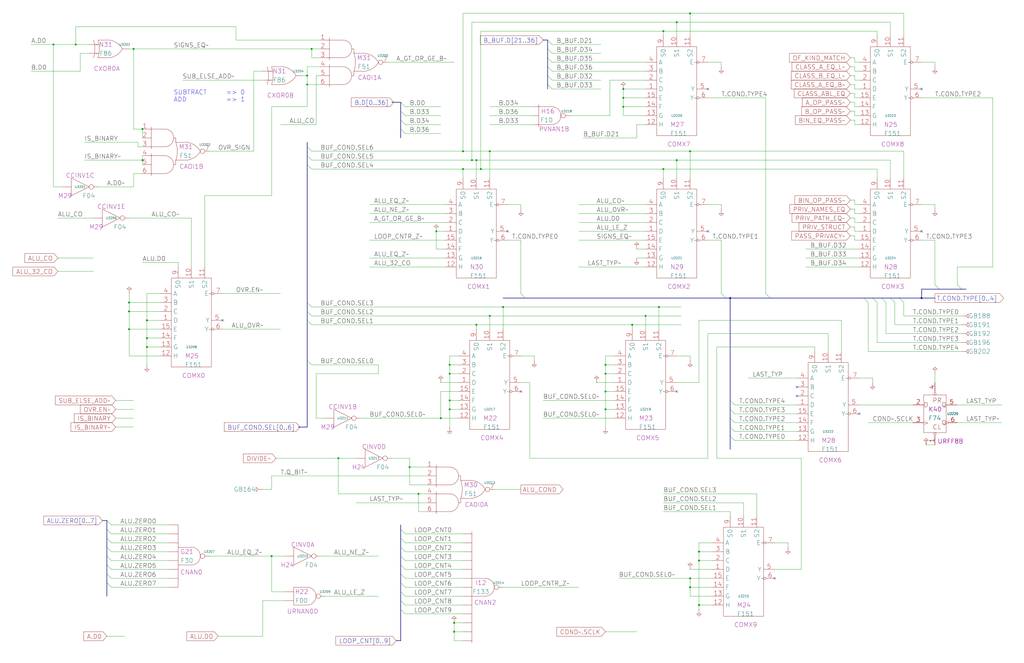
<source format=kicad_sch>
(kicad_sch (version 20230121) (generator eeschema)
  (paper "User" 584.2 378.46)
  (title_block (title "CONDITION LOGIC") (date "15-MAR-90") (rev "1.0") (comment 1 "TYPE") (comment 2 "232-003062") (comment 3 "S400") (comment 4 "RELEASED"))
  (junction (at 386.08 12.7))
  (junction (at 264.16 96.52))
  (junction (at 154.94 317.5))
  (junction (at 43.18 25.4))
  (junction (at 345.44 213.36))
  (junction (at 345.44 233.68))
  (junction (at 177.8 27.94))
  (junction (at 279.4 180.34))
  (junction (at 256.54 213.36))
  (junction (at 73.66 187.96))
  (junction (at 81.28 91.44))
  (junction (at 355.6 55.88))
  (junction (at 76.2 27.94))
  (junction (at 360.68 185.42))
  (junction (at 256.54 233.68))
  (junction (at 398.78 345.44))
  (junction (at 416.56 170.18))
  (junction (at 287.02 175.26))
  (junction (at 393.7 330.2))
  (junction (at 269.24 91.44))
  (junction (at 248.92 132.08))
  (junction (at 393.7 7.62))
  (junction (at 175.26 48.26))
  (junction (at 355.6 60.96))
  (junction (at 233.68 266.7))
  (junction (at 256.54 208.28))
  (junction (at 73.66 172.72))
  (junction (at 393.7 86.36))
  (junction (at 375.92 175.26))
  (junction (at 81.28 73.66))
  (junction (at 345.44 223.52))
  (junction (at 378.46 96.52))
  (junction (at 175.26 43.18))
  (junction (at 259.08 355.6))
  (junction (at 83.82 193.04))
  (junction (at 238.76 281.94))
  (junction (at 193.04 261.62))
  (junction (at 345.44 208.28))
  (junction (at 271.78 185.42))
  (junction (at 256.54 228.6))
  (junction (at 251.46 238.76))
  (junction (at 271.78 91.44))
  (junction (at 368.3 180.34))
  (junction (at 30.48 25.4))
  (junction (at 378.46 17.78))
  (junction (at 274.32 96.52))
  (junction (at 264.16 86.36))
  (junction (at 398.78 314.96))
  (junction (at 259.08 360.68))
  (junction (at 398.78 320.04))
  (junction (at 393.7 335.28))
  (junction (at 355.6 50.8))
  (junction (at 83.82 182.88))
  (junction (at 73.66 177.8))
  (junction (at 525.78 170.18))
  (junction (at 279.4 86.36))
  (junction (at 386.08 91.44))
  (junction (at 83.82 198.12))
  (no_connect (at 403.86 132.08))
  (no_connect (at 403.86 50.8))
  (no_connect (at 289.56 132.08))
  (no_connect (at 441.96 330.2))
  (no_connect (at 454.66 226.06))
  (no_connect (at 525.78 50.8))
  (no_connect (at 525.78 132.08))
  (no_connect (at 297.18 223.52))
  (no_connect (at 454.66 220.98))
  (no_connect (at 127 182.88))
  (no_connect (at 386.08 223.52))
  (no_connect (at 490.22 236.22))
  (bus_entry (at 60.96 332.74) (size 2.54 2.54))
  (bus_entry (at 497.84 170.18) (size 2.54 2.54))
  (bus_entry (at 312.42 48.26) (size 2.54 2.54))
  (bus_entry (at 228.6 307.34) (size 2.54 2.54))
  (bus_entry (at 175.26 182.88) (size 2.54 2.54))
  (bus_entry (at 175.26 83.82) (size 2.54 2.54))
  (bus_entry (at 228.6 73.66) (size 2.54 2.54))
  (bus_entry (at 228.6 312.42) (size 2.54 2.54))
  (bus_entry (at 492.76 170.18) (size 2.54 2.54))
  (bus_entry (at 228.6 337.82) (size 2.54 2.54))
  (bus_entry (at 546.1 162.56) (size 2.54 2.54))
  (bus_entry (at 175.26 172.72) (size 2.54 2.54))
  (bus_entry (at 416.56 243.84) (size 2.54 2.54))
  (bus_entry (at 175.26 88.9) (size 2.54 2.54))
  (bus_entry (at 502.92 170.18) (size 2.54 2.54))
  (bus_entry (at 228.6 332.74) (size 2.54 2.54))
  (bus_entry (at 228.6 347.98) (size 2.54 2.54))
  (bus_entry (at 312.42 43.18) (size 2.54 2.54))
  (bus_entry (at 416.56 233.68) (size 2.54 2.54))
  (bus_entry (at 60.96 312.42) (size 2.54 2.54))
  (bus_entry (at 508 170.18) (size 2.54 2.54))
  (bus_entry (at 228.6 68.58) (size 2.54 2.54))
  (bus_entry (at 513.08 170.18) (size 2.54 2.54))
  (bus_entry (at 175.26 93.98) (size 2.54 2.54))
  (bus_entry (at 416.56 238.76) (size 2.54 2.54))
  (bus_entry (at 312.42 22.86) (size 2.54 2.54))
  (bus_entry (at 60.96 327.66) (size 2.54 2.54))
  (bus_entry (at 228.6 342.9) (size 2.54 2.54))
  (bus_entry (at 312.42 27.94) (size 2.54 2.54))
  (bus_entry (at 228.6 58.42) (size 2.54 2.54))
  (bus_entry (at 60.96 297.18) (size 2.54 2.54))
  (bus_entry (at 60.96 307.34) (size 2.54 2.54))
  (bus_entry (at 416.56 228.6) (size 2.54 2.54))
  (bus_entry (at 228.6 322.58) (size 2.54 2.54))
  (bus_entry (at 297.18 167.64) (size 2.54 2.54))
  (bus_entry (at 312.42 33.02) (size 2.54 2.54))
  (bus_entry (at 411.48 167.64) (size 2.54 2.54))
  (bus_entry (at 436.88 167.64) (size 2.54 2.54))
  (bus_entry (at 228.6 302.26) (size 2.54 2.54))
  (bus_entry (at 312.42 38.1) (size 2.54 2.54))
  (bus_entry (at 60.96 322.58) (size 2.54 2.54))
  (bus_entry (at 60.96 302.26) (size 2.54 2.54))
  (bus_entry (at 533.4 162.56) (size 2.54 2.54))
  (bus_entry (at 228.6 317.5) (size 2.54 2.54))
  (bus_entry (at 175.26 205.74) (size 2.54 2.54))
  (bus_entry (at 228.6 327.66) (size 2.54 2.54))
  (bus_entry (at 175.26 177.8) (size 2.54 2.54))
  (bus_entry (at 60.96 317.5) (size 2.54 2.54))
  (bus_entry (at 228.6 63.5) (size 2.54 2.54))
  (bus_entry (at 416.56 248.92) (size 2.54 2.54))
  (wire (pts (xy 193.04 261.62) (xy 203.2 261.62)))
  (wire (pts (xy 259.08 355.6) (xy 264.16 355.6)))
  (wire (pts (xy 406.4 309.88) (xy 398.78 309.88)))
  (wire (pts (xy 83.82 193.04) (xy 83.82 198.12)))
  (wire (pts (xy 33.02 147.32) (xy 53.34 147.32)))
  (wire (pts (xy 43.18 25.4) (xy 50.8 25.4)))
  (wire (pts (xy 485.14 119.38) (xy 487.68 119.38)))
  (wire (pts (xy 287.02 175.26) (xy 375.92 175.26)))
  (wire (pts (xy 73.66 124.46) (xy 109.22 124.46)))
  (wire (pts (xy 355.6 60.96) (xy 368.3 60.96)))
  (wire (pts (xy 487.68 58.42) (xy 487.68 60.96)))
  (wire (pts (xy 386.08 91.44) (xy 386.08 101.6)))
  (wire (pts (xy 297.18 116.84) (xy 297.18 119.38)))
  (wire (pts (xy 314.96 30.48) (xy 342.9 30.48)))
  (bus (pts (xy 228.6 63.5) (xy 228.6 68.58)))
  (wire (pts (xy 487.68 33.02) (xy 487.68 35.56)))
  (wire (pts (xy 314.96 25.4) (xy 342.9 25.4)))
  (wire (pts (xy 238.76 292.1) (xy 238.76 281.94)))
  (wire (pts (xy 393.7 325.12) (xy 406.4 325.12)))
  (wire (pts (xy 63.5 335.28) (xy 96.52 335.28)))
  (wire (pts (xy 398.78 314.96) (xy 406.4 314.96)))
  (wire (pts (xy 73.66 203.2) (xy 73.66 187.96)))
  (wire (pts (xy 144.78 86.36) (xy 144.78 40.64)))
  (wire (pts (xy 546.1 152.4) (xy 546.1 162.56)))
  (wire (pts (xy 220.98 35.56) (xy 259.08 35.56)))
  (wire (pts (xy 508 12.7) (xy 508 20.32)))
  (wire (pts (xy 487.68 119.38) (xy 487.68 121.92)))
  (wire (pts (xy 355.6 55.88) (xy 368.3 55.88)))
  (wire (pts (xy 487.68 40.64) (xy 490.22 40.64)))
  (wire (pts (xy 485.14 124.46) (xy 487.68 124.46)))
  (bus (pts (xy 228.6 342.9) (xy 228.6 347.98)))
  (wire (pts (xy 256.54 208.28) (xy 256.54 213.36)))
  (wire (pts (xy 182.88 33.02) (xy 177.8 33.02)))
  (wire (pts (xy 182.88 43.18) (xy 180.34 43.18)))
  (wire (pts (xy 487.68 124.46) (xy 487.68 127)))
  (bus (pts (xy 416.56 228.6) (xy 416.56 233.68)))
  (wire (pts (xy 500.38 195.58) (xy 500.38 172.72)))
  (wire (pts (xy 256.54 228.6) (xy 256.54 233.68)))
  (wire (pts (xy 116.84 111.76) (xy 116.84 152.4)))
  (wire (pts (xy 81.28 83.82) (xy 78.74 83.82)))
  (wire (pts (xy 231.14 309.88) (xy 264.16 309.88)))
  (bus (pts (xy 535.94 165.1) (xy 548.64 165.1)))
  (wire (pts (xy 63.5 314.96) (xy 96.52 314.96)))
  (bus (pts (xy 228.6 307.34) (xy 228.6 312.42)))
  (wire (pts (xy 264.16 96.52) (xy 274.32 96.52)))
  (wire (pts (xy 269.24 91.44) (xy 269.24 12.7)))
  (wire (pts (xy 393.7 203.2) (xy 393.7 205.74)))
  (wire (pts (xy 251.46 218.44) (xy 261.62 218.44)))
  (wire (pts (xy 525.78 137.16) (xy 533.4 137.16)))
  (wire (pts (xy 304.8 203.2) (xy 304.8 205.74)))
  (wire (pts (xy 76.2 99.06) (xy 76.2 106.68)))
  (wire (pts (xy 368.3 66.04) (xy 355.6 66.04)))
  (wire (pts (xy 297.18 203.2) (xy 304.8 203.2)))
  (wire (pts (xy 378.46 96.52) (xy 378.46 101.6)))
  (wire (pts (xy 116.84 111.76) (xy 154.94 111.76)))
  (wire (pts (xy 508 91.44) (xy 508 101.6)))
  (wire (pts (xy 375.92 175.26) (xy 375.92 187.96)))
  (wire (pts (xy 215.9 208.28) (xy 215.9 213.36)))
  (wire (pts (xy 386.08 91.44) (xy 508 91.44)))
  (wire (pts (xy 259.08 360.68) (xy 259.08 355.6)))
  (wire (pts (xy 441.96 325.12) (xy 457.2 325.12)))
  (wire (pts (xy 264.16 365.76) (xy 259.08 365.76)))
  (wire (pts (xy 566.42 55.88) (xy 566.42 152.4)))
  (wire (pts (xy 180.34 43.18) (xy 180.34 71.12)))
  (wire (pts (xy 345.44 213.36) (xy 345.44 223.52)))
  (wire (pts (xy 83.82 193.04) (xy 91.44 193.04)))
  (wire (pts (xy 330.2 137.16) (xy 368.3 137.16)))
  (wire (pts (xy 378.46 17.78) (xy 378.46 20.32)))
  (wire (pts (xy 355.6 55.88) (xy 355.6 50.8)))
  (bus (pts (xy 525.78 170.18) (xy 525.78 165.1)))
  (wire (pts (xy 287.02 175.26) (xy 287.02 187.96)))
  (bus (pts (xy 287.02 170.18) (xy 299.72 170.18)))
  (wire (pts (xy 347.98 66.04) (xy 347.98 45.72)))
  (wire (pts (xy 149.86 342.9) (xy 162.56 342.9)))
  (wire (pts (xy 297.18 137.16) (xy 297.18 167.64)))
  (wire (pts (xy 81.28 99.06) (xy 76.2 99.06)))
  (wire (pts (xy 17.78 25.4) (xy 30.48 25.4)))
  (wire (pts (xy 495.3 200.66) (xy 495.3 172.72)))
  (wire (pts (xy 119.38 86.36) (xy 144.78 86.36)))
  (wire (pts (xy 175.26 38.1) (xy 175.26 43.18)))
  (wire (pts (xy 441.96 309.88) (xy 449.58 309.88)))
  (wire (pts (xy 487.68 114.3) (xy 487.68 116.84)))
  (wire (pts (xy 182.88 38.1) (xy 175.26 38.1)))
  (wire (pts (xy 419.1 246.38) (xy 454.66 246.38)))
  (wire (pts (xy 60.96 363.22) (xy 71.12 363.22)))
  (wire (pts (xy 386.08 203.2) (xy 393.7 203.2)))
  (wire (pts (xy 231.14 325.12) (xy 264.16 325.12)))
  (wire (pts (xy 182.88 317.5) (xy 215.9 317.5)))
  (wire (pts (xy 487.68 63.5) (xy 487.68 66.04)))
  (wire (pts (xy 210.82 127) (xy 254 127)))
  (wire (pts (xy 406.4 340.36) (xy 393.7 340.36)))
  (wire (pts (xy 548.64 195.58) (xy 500.38 195.58)))
  (wire (pts (xy 264.16 96.52) (xy 264.16 101.6)))
  (wire (pts (xy 487.68 116.84) (xy 490.22 116.84)))
  (wire (pts (xy 154.94 60.96) (xy 154.94 111.76)))
  (wire (pts (xy 393.7 86.36) (xy 393.7 101.6)))
  (bus (pts (xy 492.76 170.18) (xy 497.84 170.18)))
  (wire (pts (xy 83.82 198.12) (xy 91.44 198.12)))
  (wire (pts (xy 533.4 213.36) (xy 533.4 218.44)))
  (bus (pts (xy 299.72 170.18) (xy 414.02 170.18)))
  (wire (pts (xy 490.22 231.14) (xy 520.7 231.14)))
  (bus (pts (xy 175.26 182.88) (xy 175.26 205.74)))
  (wire (pts (xy 457.2 261.62) (xy 408.94 261.62)))
  (wire (pts (xy 330.2 152.4) (xy 368.3 152.4)))
  (wire (pts (xy 261.62 223.52) (xy 251.46 223.52)))
  (wire (pts (xy 264.16 86.36) (xy 279.4 86.36)))
  (wire (pts (xy 66.04 243.84) (xy 76.2 243.84)))
  (wire (pts (xy 83.82 182.88) (xy 91.44 182.88)))
  (wire (pts (xy 231.14 66.04) (xy 251.46 66.04)))
  (wire (pts (xy 134.62 15.24) (xy 43.18 15.24)))
  (wire (pts (xy 487.68 55.88) (xy 490.22 55.88)))
  (bus (pts (xy 312.42 48.26) (xy 312.42 50.8)))
  (wire (pts (xy 345.44 360.68) (xy 363.22 360.68)))
  (wire (pts (xy 368.3 180.34) (xy 388.62 180.34)))
  (wire (pts (xy 485.14 134.62) (xy 487.68 134.62)))
  (wire (pts (xy 464.82 200.66) (xy 464.82 198.12)))
  (wire (pts (xy 279.4 66.04) (xy 304.8 66.04)))
  (wire (pts (xy 279.4 180.34) (xy 368.3 180.34)))
  (wire (pts (xy 193.04 281.94) (xy 193.04 261.62)))
  (wire (pts (xy 256.54 228.6) (xy 261.62 228.6)))
  (wire (pts (xy 403.86 55.88) (xy 436.88 55.88)))
  (wire (pts (xy 76.2 27.94) (xy 177.8 27.94)))
  (wire (pts (xy 127 167.64) (xy 160.02 167.64)))
  (wire (pts (xy 231.14 71.12) (xy 251.46 71.12)))
  (wire (pts (xy 248.92 132.08) (xy 254 132.08)))
  (wire (pts (xy 345.44 208.28) (xy 350.52 208.28)))
  (wire (pts (xy 347.98 45.72) (xy 368.3 45.72)))
  (bus (pts (xy 175.26 177.8) (xy 175.26 182.88)))
  (wire (pts (xy 398.78 182.88) (xy 480.06 182.88)))
  (wire (pts (xy 231.14 60.96) (xy 251.46 60.96)))
  (wire (pts (xy 50.8 30.48) (xy 45.72 30.48)))
  (wire (pts (xy 157.48 261.62) (xy 193.04 261.62)))
  (wire (pts (xy 264.16 86.36) (xy 264.16 7.62)))
  (wire (pts (xy 175.26 60.96) (xy 154.94 60.96)))
  (wire (pts (xy 403.86 261.62) (xy 302.26 261.62)))
  (wire (pts (xy 210.82 121.92) (xy 254 121.92)))
  (bus (pts (xy 416.56 248.92) (xy 416.56 256.54)))
  (wire (pts (xy 525.78 116.84) (xy 533.4 116.84)))
  (wire (pts (xy 398.78 320.04) (xy 406.4 320.04)))
  (wire (pts (xy 289.56 116.84) (xy 297.18 116.84)))
  (wire (pts (xy 363.22 71.12) (xy 363.22 78.74)))
  (wire (pts (xy 177.8 175.26) (xy 287.02 175.26)))
  (bus (pts (xy 228.6 302.26) (xy 228.6 307.34)))
  (wire (pts (xy 279.4 86.36) (xy 393.7 86.36)))
  (wire (pts (xy 274.32 96.52) (xy 378.46 96.52)))
  (wire (pts (xy 302.26 218.44) (xy 297.18 218.44)))
  (bus (pts (xy 228.6 299.72) (xy 228.6 302.26)))
  (wire (pts (xy 345.44 223.52) (xy 350.52 223.52)))
  (wire (pts (xy 548.64 185.42) (xy 510.54 185.42)))
  (wire (pts (xy 548.64 200.66) (xy 495.3 200.66)))
  (wire (pts (xy 487.68 127) (xy 490.22 127)))
  (bus (pts (xy 525.78 165.1) (xy 535.94 165.1)))
  (wire (pts (xy 515.62 86.36) (xy 515.62 101.6)))
  (wire (pts (xy 485.14 129.54) (xy 487.68 129.54)))
  (wire (pts (xy 274.32 17.78) (xy 378.46 17.78)))
  (wire (pts (xy 398.78 320.04) (xy 398.78 345.44)))
  (bus (pts (xy 416.56 170.18) (xy 439.42 170.18)))
  (wire (pts (xy 457.2 325.12) (xy 457.2 261.62)))
  (wire (pts (xy 345.44 233.68) (xy 345.44 243.84)))
  (bus (pts (xy 228.6 327.66) (xy 228.6 332.74)))
  (wire (pts (xy 248.92 142.24) (xy 248.92 132.08)))
  (wire (pts (xy 261.62 203.2) (xy 256.54 203.2)))
  (wire (pts (xy 154.94 337.82) (xy 154.94 317.5)))
  (wire (pts (xy 66.04 233.68) (xy 76.2 233.68)))
  (wire (pts (xy 271.78 185.42) (xy 271.78 187.96)))
  (wire (pts (xy 175.26 43.18) (xy 175.26 48.26)))
  (wire (pts (xy 510.54 185.42) (xy 510.54 172.72)))
  (wire (pts (xy 231.14 345.44) (xy 264.16 345.44)))
  (wire (pts (xy 533.4 35.56) (xy 533.4 38.1)))
  (wire (pts (xy 393.7 340.36) (xy 393.7 335.28)))
  (wire (pts (xy 259.08 365.76) (xy 259.08 360.68)))
  (wire (pts (xy 66.04 238.76) (xy 76.2 238.76)))
  (wire (pts (xy 378.46 96.52) (xy 500.38 96.52)))
  (wire (pts (xy 424.18 294.64) (xy 424.18 287.02)))
  (wire (pts (xy 83.82 167.64) (xy 83.82 182.88)))
  (wire (pts (xy 368.3 71.12) (xy 363.22 71.12)))
  (wire (pts (xy 386.08 12.7) (xy 508 12.7)))
  (bus (pts (xy 60.96 312.42) (xy 60.96 317.5)))
  (wire (pts (xy 345.44 213.36) (xy 350.52 213.36)))
  (wire (pts (xy 175.26 48.26) (xy 182.88 48.26)))
  (wire (pts (xy 210.82 116.84) (xy 254 116.84)))
  (wire (pts (xy 378.46 17.78) (xy 500.38 17.78)))
  (wire (pts (xy 525.78 55.88) (xy 566.42 55.88)))
  (wire (pts (xy 203.2 287.02) (xy 243.84 287.02)))
  (bus (pts (xy 228.6 73.66) (xy 228.6 78.74)))
  (wire (pts (xy 256.54 203.2) (xy 256.54 208.28)))
  (wire (pts (xy 149.86 363.22) (xy 149.86 342.9)))
  (wire (pts (xy 180.34 238.76) (xy 185.42 238.76)))
  (bus (pts (xy 175.26 172.72) (xy 175.26 177.8)))
  (wire (pts (xy 500.38 96.52) (xy 500.38 101.6)))
  (wire (pts (xy 431.8 294.64) (xy 431.8 281.94)))
  (wire (pts (xy 449.58 309.88) (xy 449.58 312.42)))
  (bus (pts (xy 175.26 83.82) (xy 175.26 88.9)))
  (wire (pts (xy 416.56 294.64) (xy 416.56 292.1)))
  (wire (pts (xy 73.66 187.96) (xy 91.44 187.96)))
  (wire (pts (xy 487.68 68.58) (xy 487.68 71.12)))
  (bus (pts (xy 175.26 88.9) (xy 175.26 93.98)))
  (wire (pts (xy 546.1 231.14) (xy 571.5 231.14)))
  (wire (pts (xy 368.3 180.34) (xy 368.3 187.96)))
  (wire (pts (xy 398.78 314.96) (xy 398.78 320.04)))
  (wire (pts (xy 63.5 320.04) (xy 96.52 320.04)))
  (wire (pts (xy 233.68 266.7) (xy 233.68 261.62)))
  (wire (pts (xy 386.08 218.44) (xy 398.78 218.44)))
  (wire (pts (xy 279.4 71.12) (xy 304.8 71.12)))
  (wire (pts (xy 314.96 35.56) (xy 368.3 35.56)))
  (wire (pts (xy 424.18 287.02) (xy 378.46 287.02)))
  (wire (pts (xy 495.3 241.3) (xy 520.7 241.3)))
  (wire (pts (xy 134.62 22.86) (xy 134.62 15.24)))
  (wire (pts (xy 30.48 25.4) (xy 43.18 25.4)))
  (wire (pts (xy 63.5 330.2) (xy 96.52 330.2)))
  (wire (pts (xy 45.72 40.64) (xy 17.78 40.64)))
  (wire (pts (xy 487.68 71.12) (xy 490.22 71.12)))
  (wire (pts (xy 78.74 83.82) (xy 78.74 81.28)))
  (wire (pts (xy 154.94 317.5) (xy 162.56 317.5)))
  (wire (pts (xy 406.4 335.28) (xy 393.7 335.28)))
  (wire (pts (xy 500.38 17.78) (xy 500.38 20.32)))
  (bus (pts (xy 312.42 33.02) (xy 312.42 38.1)))
  (wire (pts (xy 271.78 91.44) (xy 271.78 101.6)))
  (wire (pts (xy 33.02 154.94) (xy 53.34 154.94)))
  (wire (pts (xy 487.68 48.26) (xy 487.68 50.8)))
  (wire (pts (xy 256.54 213.36) (xy 256.54 228.6)))
  (wire (pts (xy 487.68 60.96) (xy 490.22 60.96)))
  (wire (pts (xy 403.86 137.16) (xy 411.48 137.16)))
  (wire (pts (xy 73.66 177.8) (xy 73.66 172.72)))
  (wire (pts (xy 63.5 299.72) (xy 96.52 299.72)))
  (wire (pts (xy 408.94 198.12) (xy 408.94 261.62)))
  (wire (pts (xy 431.8 281.94) (xy 378.46 281.94)))
  (wire (pts (xy 45.72 30.48) (xy 45.72 40.64)))
  (wire (pts (xy 269.24 91.44) (xy 271.78 91.44)))
  (wire (pts (xy 411.48 116.84) (xy 411.48 119.38)))
  (wire (pts (xy 177.8 96.52) (xy 264.16 96.52)))
  (bus (pts (xy 228.6 68.58) (xy 228.6 73.66)))
  (wire (pts (xy 287.02 335.28) (xy 330.2 335.28)))
  (wire (pts (xy 271.78 91.44) (xy 386.08 91.44)))
  (wire (pts (xy 256.54 233.68) (xy 256.54 243.84)))
  (wire (pts (xy 233.68 266.7) (xy 243.84 266.7)))
  (wire (pts (xy 81.28 73.66) (xy 81.28 78.74)))
  (wire (pts (xy 91.44 203.2) (xy 73.66 203.2)))
  (wire (pts (xy 76.2 106.68) (xy 55.88 106.68)))
  (wire (pts (xy 243.84 292.1) (xy 238.76 292.1)))
  (bus (pts (xy 309.88 22.86) (xy 312.42 22.86)))
  (wire (pts (xy 378.46 292.1) (xy 416.56 292.1)))
  (wire (pts (xy 314.96 45.72) (xy 342.9 45.72)))
  (bus (pts (xy 502.92 170.18) (xy 508 170.18)))
  (wire (pts (xy 33.02 124.46) (xy 53.34 124.46)))
  (wire (pts (xy 355.6 60.96) (xy 355.6 55.88)))
  (wire (pts (xy 205.74 238.76) (xy 251.46 238.76)))
  (wire (pts (xy 101.6 152.4) (xy 101.6 149.86)))
  (bus (pts (xy 497.84 170.18) (xy 502.92 170.18)))
  (wire (pts (xy 177.8 86.36) (xy 264.16 86.36)))
  (wire (pts (xy 231.14 340.36) (xy 264.16 340.36)))
  (wire (pts (xy 485.14 33.02) (xy 487.68 33.02)))
  (wire (pts (xy 243.84 281.94) (xy 238.76 281.94)))
  (wire (pts (xy 459.74 142.24) (xy 490.22 142.24)))
  (bus (pts (xy 60.96 322.58) (xy 60.96 327.66)))
  (bus (pts (xy 228.6 347.98) (xy 228.6 365.76)))
  (wire (pts (xy 274.32 96.52) (xy 274.32 17.78)))
  (wire (pts (xy 330.2 121.92) (xy 368.3 121.92)))
  (wire (pts (xy 279.4 180.34) (xy 279.4 187.96)))
  (wire (pts (xy 355.6 50.8) (xy 368.3 50.8)))
  (wire (pts (xy 271.78 185.42) (xy 360.68 185.42)))
  (bus (pts (xy 60.96 297.18) (xy 60.96 302.26)))
  (wire (pts (xy 340.36 218.44) (xy 350.52 218.44)))
  (wire (pts (xy 487.68 43.18) (xy 487.68 45.72)))
  (wire (pts (xy 48.26 91.44) (xy 81.28 91.44)))
  (wire (pts (xy 485.14 38.1) (xy 487.68 38.1)))
  (wire (pts (xy 238.76 281.94) (xy 193.04 281.94)))
  (wire (pts (xy 43.18 15.24) (xy 43.18 25.4)))
  (wire (pts (xy 256.54 208.28) (xy 261.62 208.28)))
  (wire (pts (xy 264.16 7.62) (xy 393.7 7.62)))
  (wire (pts (xy 314.96 50.8) (xy 342.9 50.8)))
  (bus (pts (xy 226.06 365.76) (xy 228.6 365.76)))
  (wire (pts (xy 63.5 309.88) (xy 96.52 309.88)))
  (wire (pts (xy 231.14 304.8) (xy 264.16 304.8)))
  (wire (pts (xy 464.82 198.12) (xy 408.94 198.12)))
  (wire (pts (xy 231.14 76.2) (xy 251.46 76.2)))
  (wire (pts (xy 73.66 172.72) (xy 91.44 172.72)))
  (wire (pts (xy 350.52 203.2) (xy 345.44 203.2)))
  (wire (pts (xy 210.82 137.16) (xy 254 137.16)))
  (wire (pts (xy 548.64 190.5) (xy 505.46 190.5)))
  (bus (pts (xy 60.96 302.26) (xy 60.96 307.34)))
  (wire (pts (xy 325.12 66.04) (xy 347.98 66.04)))
  (wire (pts (xy 419.1 241.3) (xy 454.66 241.3)))
  (wire (pts (xy 233.68 276.86) (xy 233.68 266.7)))
  (wire (pts (xy 472.44 190.5) (xy 403.86 190.5)))
  (wire (pts (xy 546.1 241.3) (xy 571.5 241.3)))
  (wire (pts (xy 485.14 63.5) (xy 487.68 63.5)))
  (wire (pts (xy 231.14 320.04) (xy 264.16 320.04)))
  (wire (pts (xy 487.68 45.72) (xy 490.22 45.72)))
  (wire (pts (xy 487.68 134.62) (xy 487.68 137.16)))
  (wire (pts (xy 419.1 251.46) (xy 454.66 251.46)))
  (bus (pts (xy 60.96 332.74) (xy 60.96 340.36)))
  (wire (pts (xy 172.72 43.18) (xy 175.26 43.18)))
  (wire (pts (xy 182.88 22.86) (xy 134.62 22.86)))
  (wire (pts (xy 459.74 152.4) (xy 490.22 152.4)))
  (wire (pts (xy 177.8 27.94) (xy 182.88 27.94)))
  (wire (pts (xy 104.14 45.72) (xy 149.86 45.72)))
  (wire (pts (xy 177.8 180.34) (xy 279.4 180.34)))
  (wire (pts (xy 330.2 132.08) (xy 368.3 132.08)))
  (bus (pts (xy 414.02 170.18) (xy 416.56 170.18)))
  (wire (pts (xy 289.56 137.16) (xy 297.18 137.16)))
  (wire (pts (xy 436.88 55.88) (xy 436.88 167.64)))
  (wire (pts (xy 345.44 223.52) (xy 345.44 233.68)))
  (bus (pts (xy 223.52 58.42) (xy 228.6 58.42)))
  (wire (pts (xy 487.68 66.04) (xy 490.22 66.04)))
  (bus (pts (xy 175.26 81.28) (xy 175.26 83.82)))
  (wire (pts (xy 35.56 106.68) (xy 30.48 106.68)))
  (bus (pts (xy 170.18 243.84) (xy 175.26 243.84)))
  (wire (pts (xy 256.54 233.68) (xy 261.62 233.68)))
  (wire (pts (xy 210.82 152.4) (xy 254 152.4)))
  (wire (pts (xy 411.48 35.56) (xy 411.48 38.1)))
  (wire (pts (xy 81.28 88.9) (xy 81.28 91.44)))
  (wire (pts (xy 177.8 91.44) (xy 269.24 91.44)))
  (wire (pts (xy 309.88 238.76) (xy 350.52 238.76)))
  (wire (pts (xy 177.8 185.42) (xy 271.78 185.42)))
  (wire (pts (xy 515.62 7.62) (xy 515.62 20.32)))
  (wire (pts (xy 269.24 12.7) (xy 386.08 12.7)))
  (bus (pts (xy 175.26 205.74) (xy 175.26 243.84)))
  (wire (pts (xy 497.84 215.9) (xy 497.84 218.44)))
  (wire (pts (xy 302.26 261.62) (xy 302.26 218.44)))
  (wire (pts (xy 109.22 124.46) (xy 109.22 152.4)))
  (wire (pts (xy 154.94 279.4) (xy 149.86 279.4)))
  (wire (pts (xy 215.9 213.36) (xy 180.34 213.36)))
  (wire (pts (xy 81.28 73.66) (xy 76.2 73.66)))
  (wire (pts (xy 528.32 254) (xy 533.4 254)))
  (wire (pts (xy 243.84 276.86) (xy 233.68 276.86)))
  (wire (pts (xy 566.42 152.4) (xy 546.1 152.4)))
  (wire (pts (xy 398.78 309.88) (xy 398.78 314.96)))
  (wire (pts (xy 330.2 127) (xy 368.3 127)))
  (wire (pts (xy 177.8 33.02) (xy 177.8 27.94)))
  (wire (pts (xy 515.62 180.34) (xy 515.62 172.72)))
  (wire (pts (xy 398.78 345.44) (xy 406.4 345.44)))
  (bus (pts (xy 228.6 322.58) (xy 228.6 327.66)))
  (wire (pts (xy 119.38 317.5) (xy 154.94 317.5)))
  (wire (pts (xy 279.4 60.96) (xy 304.8 60.96)))
  (wire (pts (xy 459.74 147.32) (xy 490.22 147.32)))
  (bus (pts (xy 312.42 22.86) (xy 312.42 27.94)))
  (wire (pts (xy 345.44 233.68) (xy 350.52 233.68)))
  (bus (pts (xy 228.6 337.82) (xy 228.6 342.9)))
  (wire (pts (xy 144.78 40.64) (xy 149.86 40.64)))
  (bus (pts (xy 508 170.18) (xy 513.08 170.18)))
  (wire (pts (xy 485.14 68.58) (xy 487.68 68.58)))
  (wire (pts (xy 375.92 175.26) (xy 388.62 175.26)))
  (wire (pts (xy 30.48 106.68) (xy 30.48 25.4)))
  (bus (pts (xy 60.96 327.66) (xy 60.96 332.74)))
  (wire (pts (xy 210.82 147.32) (xy 254 147.32)))
  (wire (pts (xy 81.28 91.44) (xy 81.28 93.98)))
  (wire (pts (xy 403.86 116.84) (xy 411.48 116.84)))
  (wire (pts (xy 231.14 330.2) (xy 264.16 330.2)))
  (wire (pts (xy 63.5 304.8) (xy 96.52 304.8)))
  (wire (pts (xy 360.68 185.42) (xy 388.62 185.42)))
  (wire (pts (xy 363.22 142.24) (xy 368.3 142.24)))
  (wire (pts (xy 403.86 190.5) (xy 403.86 261.62)))
  (wire (pts (xy 490.22 215.9) (xy 497.84 215.9)))
  (wire (pts (xy 353.06 330.2) (xy 393.7 330.2)))
  (wire (pts (xy 487.68 132.08) (xy 490.22 132.08)))
  (wire (pts (xy 419.1 231.14) (xy 454.66 231.14)))
  (wire (pts (xy 403.86 35.56) (xy 411.48 35.56)))
  (wire (pts (xy 83.82 182.88) (xy 83.82 193.04)))
  (wire (pts (xy 177.8 208.28) (xy 215.9 208.28)))
  (wire (pts (xy 124.46 363.22) (xy 149.86 363.22)))
  (wire (pts (xy 281.94 279.4) (xy 297.18 279.4)))
  (wire (pts (xy 243.84 271.78) (xy 154.94 271.78)))
  (wire (pts (xy 487.68 38.1) (xy 487.68 40.64)))
  (wire (pts (xy 487.68 137.16) (xy 490.22 137.16)))
  (wire (pts (xy 259.08 360.68) (xy 264.16 360.68)))
  (wire (pts (xy 487.68 129.54) (xy 487.68 132.08)))
  (wire (pts (xy 66.04 228.6) (xy 76.2 228.6)))
  (wire (pts (xy 393.7 7.62) (xy 393.7 20.32)))
  (wire (pts (xy 345.44 208.28) (xy 345.44 213.36)))
  (wire (pts (xy 360.68 185.42) (xy 360.68 187.96)))
  (wire (pts (xy 63.5 325.12) (xy 96.52 325.12)))
  (wire (pts (xy 393.7 7.62) (xy 515.62 7.62)))
  (bus (pts (xy 60.96 307.34) (xy 60.96 312.42)))
  (wire (pts (xy 83.82 198.12) (xy 83.82 208.28)))
  (wire (pts (xy 411.48 137.16) (xy 411.48 167.64)))
  (wire (pts (xy 419.1 236.22) (xy 454.66 236.22)))
  (wire (pts (xy 251.46 223.52) (xy 251.46 238.76)))
  (wire (pts (xy 279.4 86.36) (xy 279.4 101.6)))
  (wire (pts (xy 363.22 147.32) (xy 368.3 147.32)))
  (wire (pts (xy 73.66 177.8) (xy 91.44 177.8)))
  (wire (pts (xy 487.68 53.34) (xy 487.68 55.88)))
  (wire (pts (xy 533.4 137.16) (xy 533.4 162.56)))
  (wire (pts (xy 233.68 261.62) (xy 223.52 261.62)))
  (bus (pts (xy 312.42 38.1) (xy 312.42 43.18)))
  (wire (pts (xy 73.66 187.96) (xy 73.66 177.8)))
  (wire (pts (xy 175.26 48.26) (xy 175.26 60.96)))
  (wire (pts (xy 48.26 81.28) (xy 78.74 81.28)))
  (wire (pts (xy 487.68 35.56) (xy 490.22 35.56)))
  (wire (pts (xy 355.6 66.04) (xy 355.6 60.96)))
  (wire (pts (xy 256.54 213.36) (xy 261.62 213.36)))
  (wire (pts (xy 485.14 58.42) (xy 487.68 58.42)))
  (bus (pts (xy 228.6 312.42) (xy 228.6 317.5)))
  (wire (pts (xy 485.14 53.34) (xy 487.68 53.34)))
  (bus (pts (xy 228.6 58.42) (xy 228.6 63.5)))
  (wire (pts (xy 330.2 116.84) (xy 368.3 116.84)))
  (wire (pts (xy 127 187.96) (xy 160.02 187.96)))
  (wire (pts (xy 393.7 335.28) (xy 393.7 330.2)))
  (bus (pts (xy 416.56 238.76) (xy 416.56 243.84)))
  (wire (pts (xy 472.44 200.66) (xy 472.44 190.5)))
  (wire (pts (xy 162.56 337.82) (xy 154.94 337.82)))
  (wire (pts (xy 231.14 314.96) (xy 264.16 314.96)))
  (wire (pts (xy 548.64 180.34) (xy 515.62 180.34)))
  (wire (pts (xy 485.14 43.18) (xy 487.68 43.18)))
  (wire (pts (xy 81.28 149.86) (xy 101.6 149.86)))
  (wire (pts (xy 254 142.24) (xy 248.92 142.24)))
  (bus (pts (xy 58.42 297.18) (xy 60.96 297.18)))
  (bus (pts (xy 416.56 233.68) (xy 416.56 238.76)))
  (bus (pts (xy 416.56 243.84) (xy 416.56 248.92)))
  (wire (pts (xy 393.7 330.2) (xy 406.4 330.2)))
  (wire (pts (xy 73.66 172.72) (xy 73.66 167.64)))
  (wire (pts (xy 231.14 335.28) (xy 264.16 335.28)))
  (wire (pts (xy 309.88 228.6) (xy 350.52 228.6)))
  (wire (pts (xy 73.66 27.94) (xy 76.2 27.94)))
  (wire (pts (xy 505.46 190.5) (xy 505.46 172.72)))
  (wire (pts (xy 398.78 345.44) (xy 398.78 347.98)))
  (bus (pts (xy 513.08 170.18) (xy 525.78 170.18)))
  (wire (pts (xy 398.78 218.44) (xy 398.78 182.88)))
  (wire (pts (xy 332.74 78.74) (xy 363.22 78.74)))
  (bus (pts (xy 312.42 43.18) (xy 312.42 48.26)))
  (wire (pts (xy 345.44 203.2) (xy 345.44 208.28)))
  (wire (pts (xy 386.08 12.7) (xy 386.08 20.32)))
  (wire (pts (xy 91.44 167.64) (xy 83.82 167.64)))
  (wire (pts (xy 154.94 271.78) (xy 154.94 279.4)))
  (bus (pts (xy 312.42 27.94) (xy 312.42 33.02)))
  (wire (pts (xy 485.14 48.26) (xy 487.68 48.26)))
  (bus (pts (xy 60.96 317.5) (xy 60.96 322.58)))
  (bus (pts (xy 416.56 170.18) (xy 416.56 228.6)))
  (wire (pts (xy 180.34 213.36) (xy 180.34 238.76)))
  (bus (pts (xy 175.26 93.98) (xy 175.26 172.72)))
  (wire (pts (xy 76.2 73.66) (xy 76.2 27.94)))
  (bus (pts (xy 228.6 332.74) (xy 228.6 337.82)))
  (wire (pts (xy 533.4 116.84) (xy 533.4 119.38)))
  (bus (pts (xy 548.64 165.1) (xy 551.18 165.1)))
  (wire (pts (xy 525.78 35.56) (xy 533.4 35.56)))
  (wire (pts (xy 487.68 50.8) (xy 490.22 50.8)))
  (bus (pts (xy 525.78 170.18) (xy 533.4 170.18)))
  (wire (pts (xy 314.96 40.64) (xy 368.3 40.64)))
  (wire (pts (xy 251.46 238.76) (xy 261.62 238.76)))
  (wire (pts (xy 487.68 121.92) (xy 490.22 121.92)))
  (bus (pts (xy 228.6 317.5) (xy 228.6 322.58)))
  (wire (pts (xy 185.42 340.36) (xy 215.9 340.36)))
  (wire (pts (xy 485.14 114.3) (xy 487.68 114.3)))
  (wire (pts (xy 480.06 182.88) (xy 480.06 200.66)))
  (bus (pts (xy 439.42 170.18) (xy 492.76 170.18)))
  (wire (pts (xy 231.14 350.52) (xy 264.16 350.52)))
  (wire (pts (xy 393.7 86.36) (xy 515.62 86.36)))
  (wire (pts (xy 160.02 71.12) (xy 180.34 71.12)))
  (wire (pts (xy 426.72 215.9) (xy 454.66 215.9)))
  (text "SUBTRACT	=> 0\nADD			=> 1" (at 99.06 58.42 0) (effects (font (size 2.54 2.54)) (justify left bottom)))
  (label "ALU.ZERO0" (at 68.58 299.72 0) (effects (font (size 2.54 2.54))))
  (label "SIGNS_EQ~" (at 340.36 137.16 0) (effects (font (size 2.54 2.54))))
  (label "LOOP_CNT5" (at 236.22 330.2 0) (effects (font (size 2.54 2.54))))
  (label "B_BUF.D35" (at 317.5 35.56 0) (effects (font (size 2.54 2.54))))
  (label "T.COND.TYPE4" (at 421.64 231.14 0) (effects (font (size 2.54 2.54))))
  (label "ALU_CO" (at 33.02 124.46 0) (effects (font (size 2.54 2.54))))
  (label "A_GT_OR_GE_B~" (at 226.06 35.56 0) (effects (font (size 2.54 2.54))))
  (label "BUF_COND.SEL1" (at 378.46 292.1 0) (effects (font (size 2.54 2.54))))
  (label "ALU_LE_Z" (at 340.36 132.08 0) (effects (font (size 2.54 2.54))))
  (label "BUF_COND.SEL3" (at 182.88 175.26 0) (effects (font (size 2.54 2.54))))
  (label "LOOP_CNT8" (at 236.22 345.44 0) (effects (font (size 2.54 2.54))))
  (label "BUF_COND.SEL0~" (at 210.82 238.76 0) (effects (font (size 2.54 2.54))))
  (label "LOOP_CNT9" (at 236.22 350.52 0) (effects (font (size 2.54 2.54))))
  (label "T.COND.TYPE1" (at 406.4 137.16 0) (effects (font (size 2.54 2.54))))
  (label "OVR_SIGN" (at 124.46 86.36 0) (effects (font (size 2.54 2.54))))
  (label "LAST_TYP~" (at 551.18 241.3 0) (effects (font (size 2.54 2.54))))
  (label "T.COND.TYPE2" (at 421.64 241.3 0) (effects (font (size 2.54 2.54))))
  (label "B.D0" (at 17.78 40.64 0) (effects (font (size 2.54 2.54))))
  (label "ALU_CO~" (at 86.36 124.46 0) (effects (font (size 2.54 2.54))))
  (label "LAST_TYP~" (at 210.82 287.02 0) (effects (font (size 2.54 2.54))))
  (label "ALU_CO" (at 165.1 71.12 0) (effects (font (size 2.54 2.54))))
  (label "B_BUF.D34" (at 462.28 152.4 0) (effects (font (size 2.54 2.54))))
  (label "BUF_COND.SEL6" (at 182.88 86.36 0) (effects (font (size 2.54 2.54))))
  (label "ALU.ZERO2" (at 68.58 309.88 0) (effects (font (size 2.54 2.54))))
  (label "ALU.ZERO7" (at 68.58 335.28 0) (effects (font (size 2.54 2.54))))
  (label "OVR.EN~" (at 134.62 167.64 0) (effects (font (size 2.54 2.54))))
  (label "B.D34" (at 284.48 60.96 0) (effects (font (size 2.54 2.54))))
  (label "ALU.ZERO6" (at 68.58 330.2 0) (effects (font (size 2.54 2.54))))
  (label "BUF_COND.SEL0" (at 182.88 208.28 0) (effects (font (size 2.54 2.54))))
  (label "LOOP_CNT6" (at 236.22 335.28 0) (effects (font (size 2.54 2.54))))
  (label "BUF_COND.SEL4" (at 182.88 96.52 0) (effects (font (size 2.54 2.54))))
  (label "B.D36" (at 233.68 76.2 0) (effects (font (size 2.54 2.54))))
  (label "ALU.ZERO4" (at 68.58 320.04 0) (effects (font (size 2.54 2.54))))
  (label "SUB_ELSE_ADD~" (at 104.14 45.72 0) (effects (font (size 2.54 2.54))))
  (label "LOOP_CNT1" (at 236.22 309.88 0) (effects (font (size 2.54 2.54))))
  (label "T.COND.TYPE3" (at 520.7 195.58 0) (effects (font (size 2.54 2.54))))
  (label "A_GT_OR_GE_B~" (at 213.36 127 0) (effects (font (size 2.54 2.54))))
  (label "ALU_OVR~" (at 340.36 121.92 0) (effects (font (size 2.54 2.54))))
  (label "T.COND.TYPE0" (at 292.1 137.16 0) (effects (font (size 2.54 2.54))))
  (label "A.D0~" (at 60.96 106.68 0) (effects (font (size 2.54 2.54))))
  (label "LOOP_CNT4" (at 236.22 325.12 0) (effects (font (size 2.54 2.54))))
  (label "LOOP_CNT0" (at 236.22 304.8 0) (effects (font (size 2.54 2.54))))
  (label "T.COND.TYPE1" (at 520.7 185.42 0) (effects (font (size 2.54 2.54))))
  (label "LAST_TYP~" (at 335.28 152.4 0) (effects (font (size 2.54 2.54))))
  (label "ALU_NE_Z~" (at 213.36 121.92 0) (effects (font (size 2.54 2.54))))
  (label "LAST_TYP" (at 551.18 231.14 0) (effects (font (size 2.54 2.54))))
  (label "B_BUF.D21" (at 317.5 25.4 0) (effects (font (size 2.54 2.54))))
  (label "B_BUF.D32" (at 462.28 142.24 0) (effects (font (size 2.54 2.54))))
  (label "T.COND.TYPE3" (at 421.64 236.22 0) (effects (font (size 2.54 2.54))))
  (label "ALU.ZERO5" (at 68.58 325.12 0) (effects (font (size 2.54 2.54))))
  (label "A.D0" (at 17.78 25.4 0) (effects (font (size 2.54 2.54))))
  (label "BUF_COND.SEL0~" (at 353.06 330.2 0) (effects (font (size 2.54 2.54))))
  (label "ALU_EQ_Z~" (at 213.36 147.32 0) (effects (font (size 2.54 2.54))))
  (label "ALU.ZERO1" (at 68.58 304.8 0) (effects (font (size 2.54 2.54))))
  (label "IS_BINARY~" (at 48.26 91.44 0) (effects (font (size 2.54 2.54))))
  (label "BUF_COND.SEL1" (at 182.88 185.42 0) (effects (font (size 2.54 2.54))))
  (label "T.COND.TYPE1" (at 421.64 246.38 0) (effects (font (size 2.54 2.54))))
  (label "BUF_COND.SEL0~" (at 309.88 228.6 0) (effects (font (size 2.54 2.54))))
  (label "T.COND.TYPE0" (at 421.64 251.46 0) (effects (font (size 2.54 2.54))))
  (label "B.D0" (at 233.68 60.96 0) (effects (font (size 2.54 2.54))))
  (label "B_BUF.D21" (at 332.74 78.74 0) (effects (font (size 2.54 2.54))))
  (label "LOOP_CNTR_Z~" (at 297.18 335.28 0) (effects (font (size 2.54 2.54))))
  (label "LOOP_CNT7" (at 236.22 340.36 0) (effects (font (size 2.54 2.54))))
  (label "B.D33" (at 284.48 71.12 0) (effects (font (size 2.54 2.54))))
  (label "BUF_COND.SEL3" (at 378.46 281.94 0) (effects (font (size 2.54 2.54))))
  (label "BUF_COND.SEL0~" (at 309.88 238.76 0) (effects (font (size 2.54 2.54))))
  (label "B_BUF.D33" (at 317.5 50.8 0) (effects (font (size 2.54 2.54))))
  (label "LAST_TYP" (at 429.26 215.9 0) (effects (font (size 2.54 2.54))))
  (label "BUF_COND.SEL2" (at 182.88 180.34 0) (effects (font (size 2.54 2.54))))
  (label "BUF_COND.SEL5" (at 182.88 91.44 0) (effects (font (size 2.54 2.54))))
  (label "ALU_32_CO" (at 213.36 152.4 0) (effects (font (size 2.54 2.54))))
  (label "SIGNS_EQ~" (at 99.06 27.94 0) (effects (font (size 2.54 2.54))))
  (label "B_BUF.D32" (at 317.5 45.72 0) (effects (font (size 2.54 2.54))))
  (label "B_BUF.D36" (at 317.5 40.64 0) (effects (font (size 2.54 2.54))))
  (label "T.COND.TYPE0" (at 520.7 180.34 0) (effects (font (size 2.54 2.54))))
  (label "LOOP_CNTR_Z~" (at 213.36 137.16 0) (effects (font (size 2.54 2.54))))
  (label "T.COND.TYPE3" (at 528.32 137.16 0) (effects (font (size 2.54 2.54))))
  (label "T.Q_BIT~" (at 160.02 271.78 0) (effects (font (size 2.54 2.54))))
  (label "ALU_OVR~" (at 132.08 187.96 0) (effects (font (size 2.54 2.54))))
  (label "BUF_COND.SEL2" (at 378.46 287.02 0) (effects (font (size 2.54 2.54))))
  (label "COND~.SCLK" (at 497.84 241.3 0) (effects (font (size 2.54 2.54))))
  (label "T.COND.TYPE2" (at 533.4 55.88 0) (effects (font (size 2.54 2.54))))
  (label "IS_BINARY" (at 48.26 81.28 0) (effects (font (size 2.54 2.54))))
  (label "B_BUF.D33" (at 462.28 147.32 0) (effects (font (size 2.54 2.54))))
  (label "B.D34" (at 233.68 71.12 0) (effects (font (size 2.54 2.54))))
  (label "ALU_CO~" (at 340.36 116.84 0) (effects (font (size 2.54 2.54))))
  (label "ALU_LE_Z" (at 190.5 340.36 0) (effects (font (size 2.54 2.54))))
  (label "ALU_EQ_Z~" (at 129.54 317.5 0) (effects (font (size 2.54 2.54))))
  (label "T.COND.TYPE4" (at 411.48 55.88 0) (effects (font (size 2.54 2.54))))
  (label "LOOP_CNT2" (at 236.22 314.96 0) (effects (font (size 2.54 2.54))))
  (label "LOOP_CNT3" (at 236.22 320.04 0) (effects (font (size 2.54 2.54))))
  (label "T.COND.TYPE2" (at 520.7 190.5 0) (effects (font (size 2.54 2.54))))
  (label "B_BUF.D34" (at 317.5 30.48 0) (effects (font (size 2.54 2.54))))
  (label "B.D36" (at 284.48 66.04 0) (effects (font (size 2.54 2.54))))
  (label "T.COND.TYPE4" (at 520.7 200.66 0) (effects (font (size 2.54 2.54))))
  (label "B.D33" (at 233.68 66.04 0) (effects (font (size 2.54 2.54))))
  (label "ALU_NE_Z~" (at 190.5 317.5 0) (effects (font (size 2.54 2.54))))
  (label "ALU.D0" (at 81.28 149.86 0) (effects (font (size 2.54 2.54))))
  (label "ALU.ZERO3" (at 68.58 314.96 0) (effects (font (size 2.54 2.54))))
  (label "ALU_EQ_Z~" (at 213.36 116.84 0) (effects (font (size 2.54 2.54))))
  (label "ALU.D0" (at 340.36 127 0) (effects (font (size 2.54 2.54))))
  (global_label "A.D0" (shape input) (at 60.96 363.22 180) (effects (font (size 2.54 2.54))) (property "Intersheetrefs" "${INTERSHEET_REFS}" (at 47.7883 363.0613 0) (effects (font (size 1.905 1.905)) (justify right))))
  (global_label "PRIV_STRUCT" (shape input) (at 485.14 129.54 180) (effects (font (size 2.54 2.54))) (property "Intersheetrefs" "${INTERSHEET_REFS}" (at 455.8816 129.3813 0) (effects (font (size 1.905 1.905)) (justify right))))
  (global_label "CLASS_A_EQ_L~" (shape input) (at 485.14 38.1 180) (effects (font (size 2.54 2.54))) (property "Intersheetrefs" "${INTERSHEET_REFS}" (at 451.8902 37.9413 0) (effects (font (size 1.905 1.905)) (justify right))))
  (global_label "B.D[0..36]" (shape input) (at 224.6191 58.42 180) (effects (font (size 2.54 2.54))) (property "Intersheetrefs" "${INTERSHEET_REFS}" (at 200.4407 58.2613 0) (effects (font (size 1.905 1.905)) (justify right))))
  (global_label "CLASS_A_EQ_B~" (shape input) (at 485.14 48.26 180) (effects (font (size 2.54 2.54))) (property "Intersheetrefs" "${INTERSHEET_REFS}" (at 451.4064 48.1013 0) (effects (font (size 1.905 1.905)) (justify right))))
  (global_label "ALU.D0" (shape input) (at 124.46 363.22 180) (effects (font (size 2.54 2.54))) (property "Intersheetrefs" "${INTERSHEET_REFS}" (at 106.5711 363.0613 0) (effects (font (size 1.905 1.905)) (justify right))))
  (global_label "ALU_COND" (shape output) (at 297.18 279.4 0) (effects (font (size 2.54 2.54))) (property "Intersheetrefs" "${INTERSHEET_REFS}" (at 321.2374 279.2413 0) (effects (font (size 1.905 1.905)) (justify left))))
  (global_label "ALU_CO" (shape input) (at 33.02 147.32 180) (effects (font (size 2.54 2.54))) (property "Intersheetrefs" "${INTERSHEET_REFS}" (at 14.1635 147.1613 0) (effects (font (size 1.905 1.905)) (justify right))))
  (global_label "B_OP_PASS~" (shape input) (at 485.14 63.5 180) (effects (font (size 2.54 2.54))) (property "Intersheetrefs" "${INTERSHEET_REFS}" (at 457.333 63.3413 0) (effects (font (size 1.905 1.905)) (justify right))))
  (global_label "B_BUF.D[21..36]" (shape input) (at 309.88 22.86 180) (effects (font (size 2.54 2.54))) (property "Intersheetrefs" "${INTERSHEET_REFS}" (at 273.9692 22.7013 0) (effects (font (size 1.905 1.905)) (justify right))))
  (global_label "BIN_EQ_PASS~" (shape input) (at 485.14 68.58 180) (effects (font (size 2.54 2.54))) (property "Intersheetrefs" "${INTERSHEET_REFS}" (at 453.7045 68.4213 0) (effects (font (size 1.905 1.905)) (justify right))))
  (global_label "A_OP_PASS~" (shape input) (at 485.14 58.42 180) (effects (font (size 2.54 2.54))) (property "Intersheetrefs" "${INTERSHEET_REFS}" (at 457.6959 58.2613 0) (effects (font (size 1.905 1.905)) (justify right))))
  (global_label "BUF_COND.SEL[0..6]" (shape input) (at 171.1404 243.84 180) (effects (font (size 2.54 2.54))) (property "Intersheetrefs" "${INTERSHEET_REFS}" (at 127.9725 243.6813 0) (effects (font (size 1.905 1.905)) (justify right))))
  (global_label "ALU.ZERO[0..7]" (shape input) (at 58.42 297.18 180) (effects (font (size 2.54 2.54))) (property "Intersheetrefs" "${INTERSHEET_REFS}" (at 24.2026 297.0213 0) (effects (font (size 1.905 1.905)) (justify right))))
  (global_label "IS_BINARY" (shape input) (at 66.04 238.76 180) (effects (font (size 2.54 2.54))) (property "Intersheetrefs" "${INTERSHEET_REFS}" (at 42.3454 238.6013 0) (effects (font (size 1.905 1.905)) (justify right))))
  (global_label "OF_KIND_MATCH" (shape input) (at 485.14 33.02 180) (effects (font (size 2.54 2.54))) (property "Intersheetrefs" "${INTERSHEET_REFS}" (at 450.4388 32.8613 0) (effects (font (size 1.905 1.905)) (justify right))))
  (global_label "PRIV_NAMES_EQ" (shape input) (at 485.14 119.38 180) (effects (font (size 2.54 2.54))) (property "Intersheetrefs" "${INTERSHEET_REFS}" (at 450.5597 119.2213 0) (effects (font (size 1.905 1.905)) (justify right))))
  (global_label "COND~.SCLK" (shape input) (at 345.44 360.68 180) (effects (font (size 2.54 2.54))) (property "Intersheetrefs" "${INTERSHEET_REFS}" (at 317.633 360.5213 0) (effects (font (size 1.905 1.905)) (justify right))))
  (global_label "T.COND.TYPE[0..4]" (shape output) (at 533.4 170.18 0) (effects (font (size 2.54 2.54))) (property "Intersheetrefs" "${INTERSHEET_REFS}" (at 572.5765 170.0213 0) (effects (font (size 1.905 1.905)) (justify left))))
  (global_label "IS_BINARY~" (shape input) (at 66.04 243.84 180) (effects (font (size 2.54 2.54))) (property "Intersheetrefs" "${INTERSHEET_REFS}" (at 40.5311 243.6813 0) (effects (font (size 1.905 1.905)) (justify right))))
  (global_label "CLASS_ABL_EQ" (shape input) (at 485.14 53.34 180) (effects (font (size 2.54 2.54))) (property "Intersheetrefs" "${INTERSHEET_REFS}" (at 453.0997 53.1813 0) (effects (font (size 1.905 1.905)) (justify right))))
  (global_label "BIN_OP_PASS~" (shape input) (at 485.14 114.3 180) (effects (font (size 2.54 2.54))) (property "Intersheetrefs" "${INTERSHEET_REFS}" (at 453.4626 114.1413 0) (effects (font (size 1.905 1.905)) (justify right))))
  (global_label "SUB_ELSE_ADD~" (shape input) (at 66.04 228.6 180) (effects (font (size 2.54 2.54))) (property "Intersheetrefs" "${INTERSHEET_REFS}" (at 31.5807 228.4413 0) (effects (font (size 1.905 1.905)) (justify right))))
  (global_label "PASS_PRIVACY~" (shape input) (at 485.14 134.62 180) (effects (font (size 2.54 2.54))) (property "Intersheetrefs" "${INTERSHEET_REFS}" (at 451.6483 134.4613 0) (effects (font (size 1.905 1.905)) (justify right))))
  (global_label "CLASS_B_EQ_L~" (shape input) (at 485.14 43.18 180) (effects (font (size 2.54 2.54))) (property "Intersheetrefs" "${INTERSHEET_REFS}" (at 451.5273 43.0213 0) (effects (font (size 1.905 1.905)) (justify right))))
  (global_label "DIVIDE~" (shape input) (at 157.48 261.62 180) (effects (font (size 2.54 2.54))) (property "Intersheetrefs" "${INTERSHEET_REFS}" (at 138.8654 261.4613 0) (effects (font (size 1.905 1.905)) (justify right))))
  (global_label "LOOP_CNT[0..9]" (shape input) (at 226.06 365.76 180) (effects (font (size 2.54 2.54))) (property "Intersheetrefs" "${INTERSHEET_REFS}" (at 191.6007 365.6013 0) (effects (font (size 1.905 1.905)) (justify right))))
  (global_label "PRIV_PATH_EQ~" (shape input) (at 485.14 124.46 180) (effects (font (size 2.54 2.54))) (property "Intersheetrefs" "${INTERSHEET_REFS}" (at 451.8902 124.3013 0) (effects (font (size 1.905 1.905)) (justify right))))
  (global_label "OVR.EN~" (shape input) (at 66.04 233.68 180) (effects (font (size 2.54 2.54))) (property "Intersheetrefs" "${INTERSHEET_REFS}" (at 45.853 233.5213 0) (effects (font (size 1.905 1.905)) (justify right))))
  (global_label "ALU_32_CO" (shape input) (at 33.02 154.94 180) (effects (font (size 2.54 2.54))) (property "Intersheetrefs" "${INTERSHEET_REFS}" (at 7.3902 154.7813 0) (effects (font (size 1.905 1.905)) (justify right))))
  (symbol (lib_id "r1000:PD") (at 533.4 119.38 0) (unit 1) (in_bom no)
    (property "Reference" "#PWR03214" (effects hide))
    (property "Value" "PD" (effects hide))
  )
  (symbol (lib_id "r1000:PU") (at 251.46 218.44 0) (unit 1)
    (property "Reference" "#PWR03216" (effects hide))
    (property "Value" "PU" (effects hide))
  )
  (symbol (lib_id "r1000:PD") (at 533.4 38.1 0) (unit 1) (in_bom no)
    (property "Reference" "#PWR03213" (effects hide))
    (property "Value" "PD" (effects hide))
  )
  (symbol (lib_id "r1000:GB") (at 149.86 279.4 0) (mirror y) (unit 1)
    (property "Reference" "GB164" (at 146.05 279.4 0) (effects (font (size 2.54 2.54)) (justify left)))
    (property "Value" "GB" (effects hide))
  )
  (symbol (lib_id "r1000:PD") (at 304.8 205.74 0) (unit 1) (in_bom no)
    (property "Reference" "#PWR03208" (effects hide))
    (property "Value" "PD" (effects hide))
  )
  (symbol (lib_id "r1000:PD") (at 297.18 119.38 0) (unit 1) (in_bom no)
    (property "Reference" "#PWR03207" (effects hide))
    (property "Value" "PD" (effects hide))
  )
  (symbol (lib_id "r1000:F151") (at 269.24 152.4 0) (unit 1)
    (property "Reference" "U3216" (at 271.78 147.32 0))
    (property "Value" "F151" (at 267.97 157.48 0) (effects (font (size 2.54 2.54)) (justify left)))
    (property "Location" "N30" (at 267.97 152.4 0) (effects (font (size 2.54 2.54)) (justify left)))
    (property "Name" "COMX1" (at 273.05 165.1 0) (effects (font (size 2.54 2.54)) (justify bottom)))
  )
  (symbol (lib_id "r1000:PU") (at 73.66 167.64 0) (unit 1)
    (property "Reference" "#PWR03201" (effects hide))
    (property "Value" "PU" (effects hide))
  )
  (symbol (lib_id "r1000:F10") (at 309.88 63.5 0) (unit 1)
    (property "Reference" "U3218" (at 323.215 63.5 0))
    (property "Value" "F10" (at 315.595 68.58 0) (effects (font (size 2.54 2.54)) (justify right)))
    (property "Location" "H16" (at 308.61 63.5 0) (effects (font (size 2.54 2.54)) (justify left)))
    (property "Name" "PVNAN1B" (at 307.34 73.66 0) (effects (font (size 2.54 2.54)) (justify left)))
  )
  (symbol (lib_id "r1000:F86") (at 157.48 43.18 0) (unit 1)
    (property "Reference" "U3204" (at 170.18 40.64 0))
    (property "Value" "F86" (at 159.385 45.72 0) (effects (font (size 2.54 2.54))))
    (property "Location" "N31" (at 159.385 40.64 0) (effects (font (size 2.54 2.54))))
    (property "Name" "CXOR0B" (at 160.02 55.88 0) (effects (font (size 2.54 2.54)) (justify bottom)))
  )
  (symbol (lib_id "r1000:F151") (at 383.54 71.12 0) (unit 1)
    (property "Reference" "U3220" (at 386.08 66.04 0))
    (property "Value" "F151" (at 382.27 76.2 0) (effects (font (size 2.54 2.54)) (justify left)))
    (property "Location" "M27" (at 382.27 71.12 0) (effects (font (size 2.54 2.54)) (justify left)))
    (property "Name" "COMX7" (at 387.35 83.82 0) (effects (font (size 2.54 2.54)) (justify bottom)))
  )
  (symbol (lib_id "r1000:PU") (at 393.7 325.12 0) (unit 1)
    (property "Reference" "#PWR03204" (effects hide))
    (property "Value" "PU" (effects hide))
  )
  (symbol (lib_id "r1000:F151") (at 421.64 345.44 0) (unit 1)
    (property "Reference" "U3215" (at 424.18 340.36 0))
    (property "Value" "F151" (at 420.37 350.52 0) (effects (font (size 2.54 2.54)) (justify left)))
    (property "Location" "M24" (at 420.37 345.44 0) (effects (font (size 2.54 2.54)) (justify left)))
    (property "Name" "COMX9" (at 425.45 358.14 0) (effects (font (size 2.54 2.54)) (justify bottom)))
  )
  (symbol (lib_id "r1000:F04") (at 195.58 238.76 0) (unit 1)
    (property "Reference" "U3211" (at 195.58 238.76 0))
    (property "Value" "F04" (at 196.85 243.84 0) (effects (font (size 2.54 2.54)) (justify left)))
    (property "Location" "M29" (at 182.88 243.84 0) (effects (font (size 2.54 2.54)) (justify left)))
    (property "Name" "CCINV1B" (at 195.58 233.68 0) (effects (font (size 2.54 2.54)) (justify bottom)))
  )
  (symbol (lib_id "r1000:PU") (at 248.92 132.08 0) (unit 1)
    (property "Reference" "#PWR03215" (effects hide))
    (property "Value" "PU" (effects hide))
  )
  (symbol (lib_id "r1000:PU") (at 340.36 218.44 0) (unit 1)
    (property "Reference" "#PWR03218" (effects hide))
    (property "Value" "PU" (effects hide))
  )
  (symbol (lib_id "r1000:F151") (at 383.54 152.4 0) (unit 1)
    (property "Reference" "U3221" (at 386.08 147.32 0))
    (property "Value" "F151" (at 382.27 157.48 0) (effects (font (size 2.54 2.54)) (justify left)))
    (property "Location" "N29" (at 382.27 152.4 0) (effects (font (size 2.54 2.54)) (justify left)))
    (property "Name" "COMX2" (at 387.35 165.1 0) (effects (font (size 2.54 2.54)) (justify bottom)))
  )
  (symbol (lib_id "r1000:GB") (at 548.64 200.66 0) (unit 1)
    (property "Reference" "GB202" (at 552.45 200.66 0) (effects (font (size 2.54 2.54)) (justify left)))
    (property "Value" "GB" (effects hide))
  )
  (symbol (lib_id "r1000:PU") (at 533.4 213.36 0) (unit 1)
    (property "Reference" "#PWR03224" (effects hide))
    (property "Value" "PU" (effects hide))
  )
  (symbol (lib_id "r1000:F151") (at 365.76 238.76 0) (unit 1)
    (property "Reference" "U3219" (at 368.3 233.68 0))
    (property "Value" "F151" (at 364.49 243.84 0) (effects (font (size 2.54 2.54)) (justify left)))
    (property "Location" "M23" (at 364.49 238.76 0) (effects (font (size 2.54 2.54)) (justify left)))
    (property "Name" "COMX5" (at 369.57 251.46 0) (effects (font (size 2.54 2.54)) (justify bottom)))
  )
  (symbol (lib_id "r1000:GB") (at 548.64 180.34 0) (unit 1)
    (property "Reference" "GB188" (at 552.45 180.34 0) (effects (font (size 2.54 2.54)) (justify left)))
    (property "Value" "GB" (effects hide))
  )
  (symbol (lib_id "r1000:PD") (at 449.58 312.42 0) (unit 1) (in_bom no)
    (property "Reference" "#PWR03206" (effects hide))
    (property "Value" "PD" (effects hide))
  )
  (symbol (lib_id "r1000:F00") (at 170.18 337.82 0) (unit 1)
    (property "Reference" "U3209" (at 185.42 337.82 0))
    (property "Value" "F00" (at 172.085 342.9 0) (effects (font (size 2.54 2.54))))
    (property "Location" "H22" (at 172.085 337.82 0) (effects (font (size 2.54 2.54))))
    (property "Name" "URNAN0D" (at 172.72 350.52 0) (effects (font (size 2.54 2.54)) (justify bottom)))
  )
  (symbol (lib_id "r1000:F151") (at 469.9 251.46 0) (unit 1)
    (property "Reference" "U3222" (at 472.44 246.38 0))
    (property "Value" "F151" (at 468.63 256.54 0) (effects (font (size 2.54 2.54)) (justify left)))
    (property "Location" "M28" (at 468.63 251.46 0) (effects (font (size 2.54 2.54)) (justify left)))
    (property "Name" "COMX6" (at 473.71 264.16 0) (effects (font (size 2.54 2.54)) (justify bottom)))
  )
  (symbol (lib_id "r1000:F133") (at 271.78 335.28 0) (unit 1)
    (property "Reference" "U3214" (at 284.48 332.74 0))
    (property "Value" "F133" (at 274.32 337.82 0) (effects (font (size 2.54 2.53))))
    (property "Location" "I12" (at 274.32 332.74 0) (effects (font (size 2.54 2.54))))
    (property "Name" "CNAN2" (at 276.86 345.44 0) (effects (font (size 2.54 2.54)) (justify bottom)))
  )
  (symbol (lib_id "r1000:F74") (at 530.86 233.68 0) (unit 1)
    (property "Reference" "U3225" (at 543.56 236.22 0))
    (property "Value" "F74" (at 529.59 238.76 0) (effects (font (size 2.54 2.54)) (justify left)))
    (property "Location" "K40" (at 529.59 233.68 0) (effects (font (size 2.54 2.54)) (justify left)))
    (property "Name" "URFF8B" (at 542.29 253.365 0) (effects (font (size 2.54 2.54)) (justify bottom)))
  )
  (symbol (lib_id "r1000:PD") (at 363.22 147.32 0) (unit 1) (in_bom no)
    (property "Reference" "#PWR03222" (effects hide))
    (property "Value" "PD" (effects hide))
  )
  (symbol (lib_id "r1000:PD") (at 398.78 347.98 0) (unit 1) (in_bom no)
    (property "Reference" "#PWR03205" (effects hide))
    (property "Value" "PD" (effects hide))
  )
  (symbol (lib_id "r1000:GB") (at 548.64 185.42 0) (unit 1)
    (property "Reference" "GB191" (at 552.45 185.42 0) (effects (font (size 2.54 2.54)) (justify left)))
    (property "Value" "GB" (effects hide))
  )
  (symbol (lib_id "r1000:PD") (at 497.84 218.44 0) (unit 1) (in_bom no)
    (property "Reference" "#PWR03212" (effects hide))
    (property "Value" "PD" (effects hide))
  )
  (symbol (lib_id "r1000:PD") (at 345.44 243.84 0) (unit 1) (in_bom no)
    (property "Reference" "#PWR03219" (effects hide))
    (property "Value" "PD" (effects hide))
  )
  (symbol (lib_id "r1000:F151") (at 276.86 238.76 0) (unit 1)
    (property "Reference" "U3217" (at 279.4 233.68 0))
    (property "Value" "F151" (at 275.59 243.84 0) (effects (font (size 2.54 2.54)) (justify left)))
    (property "Location" "M22" (at 275.59 238.76 0) (effects (font (size 2.54 2.54)) (justify left)))
    (property "Name" "COMX4" (at 280.67 251.46 0) (effects (font (size 2.54 2.54)) (justify bottom)))
  )
  (symbol (lib_id "r1000:PD") (at 411.48 38.1 0) (unit 1) (in_bom no)
    (property "Reference" "#PWR03210" (effects hide))
    (property "Value" "PD" (effects hide))
  )
  (symbol (lib_id "r1000:PU") (at 259.08 355.6 0) (unit 1)
    (property "Reference" "#PWR03203" (effects hide))
    (property "Value" "PU" (effects hide))
  )
  (symbol (lib_id "r1000:F04") (at 63.5 124.46 0) (unit 1)
    (property "Reference" "U3206" (at 63.5 124.46 0))
    (property "Value" "F04" (at 64.77 129.54 0) (effects (font (size 2.54 2.54)) (justify left)))
    (property "Location" "M29" (at 50.8 129.54 0) (effects (font (size 2.54 2.54)) (justify left)))
    (property "Name" "CCINV1E" (at 63.5 119.38 0) (effects (font (size 2.54 2.54)) (justify bottom)))
  )
  (symbol (lib_id "r1000:F86") (at 58.42 27.94 0) (unit 1)
    (property "Reference" "U3202" (at 71.12 25.4 0))
    (property "Value" "F86" (at 60.325 30.48 0) (effects (font (size 2.54 2.54))))
    (property "Location" "N31" (at 60.325 25.4 0) (effects (font (size 2.54 2.54))))
    (property "Name" "CXOR0A" (at 60.96 40.64 0) (effects (font (size 2.54 2.54)) (justify bottom)))
  )
  (symbol (lib_id "r1000:F151") (at 106.68 203.2 0) (unit 1)
    (property "Reference" "U3208" (at 109.22 198.12 0))
    (property "Value" "F151" (at 105.41 208.28 0) (effects (font (size 2.54 2.54)) (justify left)))
    (property "Location" "M25" (at 105.41 203.2 0) (effects (font (size 2.54 2.54)) (justify left)))
    (property "Name" "COMX0" (at 110.49 215.9 0) (effects (font (size 2.54 2.54)) (justify bottom)))
  )
  (symbol (lib_id "r1000:PU") (at 355.6 50.8 0) (unit 1)
    (property "Reference" "#PWR03220" (effects hide))
    (property "Value" "PU" (effects hide))
  )
  (symbol (lib_id "r1000:PD") (at 411.48 119.38 0) (unit 1) (in_bom no)
    (property "Reference" "#PWR03211" (effects hide))
    (property "Value" "PD" (effects hide))
  )
  (symbol (lib_id "r1000:PD") (at 256.54 243.84 0) (unit 1) (in_bom no)
    (property "Reference" "#PWR03217" (effects hide))
    (property "Value" "PD" (effects hide))
  )
  (symbol (lib_id "r1000:PD") (at 393.7 205.74 0) (unit 1) (in_bom no)
    (property "Reference" "#PWR03209" (effects hide))
    (property "Value" "PD" (effects hide))
  )
  (symbol (lib_id "r1000:PU") (at 528.32 254 0) (unit 1)
    (property "Reference" "#PWR03223" (effects hide))
    (property "Value" "PU" (effects hide))
  )
  (symbol (lib_id "r1000:F30") (at 104.14 317.5 0) (unit 1)
    (property "Reference" "U3207" (at 119.38 314.96 0))
    (property "Value" "F30" (at 106.68 320.04 0) (effects (font (size 2.54 2.54))))
    (property "Location" "G21" (at 106.68 314.96 0) (effects (font (size 2.54 2.54))))
    (property "Name" "CNAN0" (at 109.22 328.12 0) (effects (font (size 2.54 2.54)) (justify bottom)))
  )
  (symbol (lib_id "r1000:F51") (at 205.74 33.02 0) (unit 1)
    (property "Reference" "U3205" (at 218.44 31.75 0))
    (property "Value" "F51" (at 207.645 38.1 0) (effects (font (size 2.54 2.54))))
    (property "Location" "M31" (at 207.645 33.02 0) (effects (font (size 2.54 2.54))))
    (property "Name" "CAOI1A" (at 210.82 45.72 0) (effects (font (size 2.54 2.54)) (justify bottom)))
  )
  (symbol (lib_id "r1000:GB") (at 548.64 195.58 0) (unit 1)
    (property "Reference" "GB196" (at 552.45 195.58 0) (effects (font (size 2.54 2.54)) (justify left)))
    (property "Value" "GB" (effects hide))
  )
  (symbol (lib_id "r1000:F51") (at 104.14 83.82 0) (unit 1)
    (property "Reference" "U3203" (at 116.84 82.55 0))
    (property "Value" "F51" (at 106.045 88.9 0) (effects (font (size 2.54 2.54))))
    (property "Location" "M31" (at 106.045 83.82 0) (effects (font (size 2.54 2.54))))
    (property "Name" "CAOI1B" (at 109.22 96.52 0) (effects (font (size 2.54 2.54)) (justify bottom)))
  )
  (symbol (lib_id "r1000:F51") (at 266.7 276.86 0) (unit 1)
    (property "Reference" "U3213" (at 279.4 275.59 0))
    (property "Value" "F51" (at 268.605 281.94 0) (effects (font (size 2.54 2.54))))
    (property "Location" "M30" (at 268.605 276.86 0) (effects (font (size 2.54 2.54))))
    (property "Name" "CAOI0A" (at 271.78 289.56 0) (effects (font (size 2.54 2.54)) (justify bottom)))
  )
  (symbol (lib_id "r1000:F04") (at 213.36 261.62 0) (unit 1)
    (property "Reference" "U3212" (at 213.36 261.62 0))
    (property "Value" "F04" (at 214.63 266.7 0) (effects (font (size 2.54 2.54)) (justify left)))
    (property "Location" "H24" (at 200.66 266.7 0) (effects (font (size 2.54 2.54)) (justify left)))
    (property "Name" "CINV0D" (at 213.36 256.54 0) (effects (font (size 2.54 2.54)) (justify bottom)))
  )
  (symbol (lib_id "r1000:F151") (at 505.46 152.4 0) (unit 1)
    (property "Reference" "U3224" (at 508 147.32 0))
    (property "Value" "F151" (at 504.19 157.48 0) (effects (font (size 2.54 2.54)) (justify left)))
    (property "Location" "N28" (at 504.19 152.4 0) (effects (font (size 2.54 2.54)) (justify left)))
    (property "Name" "COMX3" (at 509.27 165.1 0) (effects (font (size 2.54 2.54)) (justify bottom)))
  )
  (symbol (lib_id "r1000:F04") (at 45.72 106.68 0) (unit 1)
    (property "Reference" "U3201" (at 45.72 106.68 0))
    (property "Value" "F04" (at 46.99 111.76 0) (effects (font (size 2.54 2.54)) (justify left)))
    (property "Location" "M29" (at 33.02 111.76 0) (effects (font (size 2.54 2.54)) (justify left)))
    (property "Name" "CCINV1C" (at 45.72 101.6 0) (effects (font (size 2.54 2.54)) (justify bottom)))
  )
  (symbol (lib_id "r1000:F04") (at 172.72 317.5 0) (unit 1)
    (property "Reference" "U3210" (at 172.72 317.5 0))
    (property "Value" "F04" (at 173.99 322.58 0) (effects (font (size 2.54 2.54)) (justify left)))
    (property "Location" "H24" (at 160.02 322.58 0) (effects (font (size 2.54 2.54)) (justify left)))
    (property "Name" "CINV0A" (at 172.72 312.42 0) (effects (font (size 2.54 2.54)) (justify bottom)))
  )
  (symbol (lib_id "r1000:PD") (at 83.82 208.28 0) (unit 1) (in_bom no)
    (property "Reference" "#PWR03202" (effects hide))
    (property "Value" "PD" (effects hide))
  )
  (symbol (lib_id "r1000:GB") (at 548.64 190.5 0) (unit 1)
    (property "Reference" "GB192" (at 552.45 190.5 0) (effects (font (size 2.54 2.54)) (justify left)))
    (property "Value" "GB" (effects hide))
  )
  (symbol (lib_id "r1000:PU") (at 363.22 142.24 0) (unit 1)
    (property "Reference" "#PWR03221" (effects hide))
    (property "Value" "PU" (effects hide))
  )
  (symbol (lib_id "r1000:F151") (at 505.46 71.12 0) (unit 1)
    (property "Reference" "U3223" (at 508 66.04 0))
    (property "Value" "F151" (at 504.19 76.2 0) (effects (font (size 2.54 2.54)) (justify left)))
    (property "Location" "N25" (at 504.19 71.12 0) (effects (font (size 2.54 2.54)) (justify left)))
    (property "Name" "COMX8" (at 509.27 83.82 0) (effects (font (size 2.54 2.54)) (justify bottom)))
  )
)
</source>
